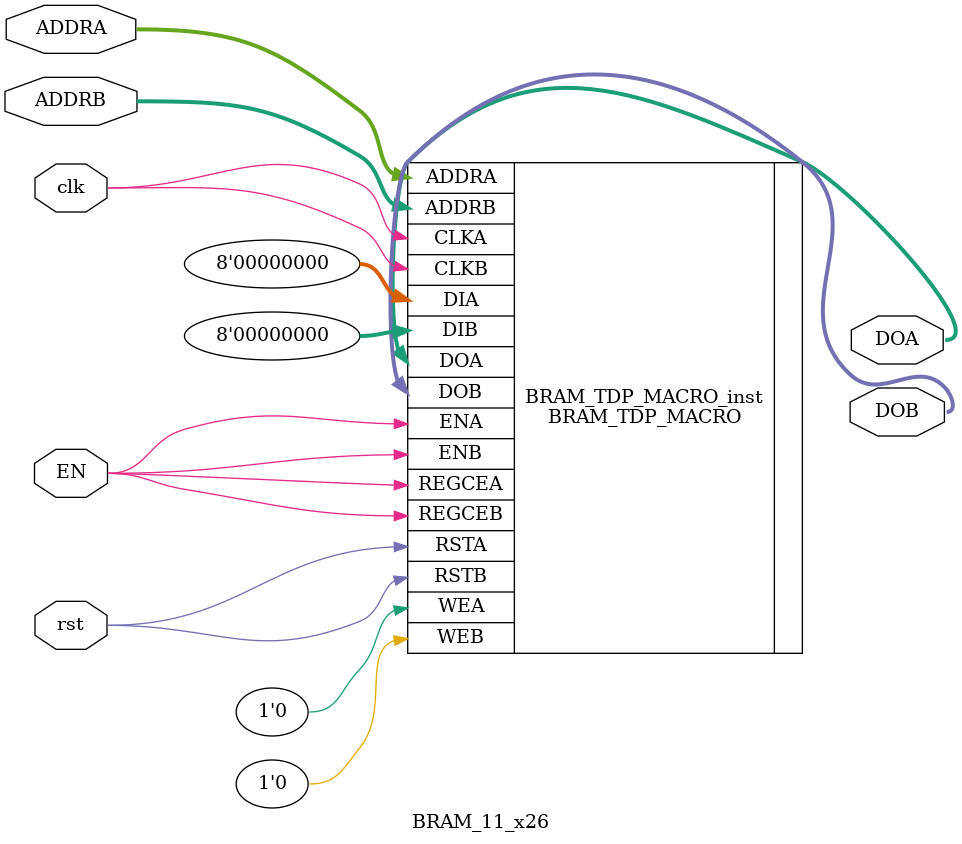
<source format=v>

module BRAM_11_x26(
    input [9:0] ADDRA,
    input [9:0] ADDRB,
    input clk,
    input rst, input EN,
    output [7:0] DOA,
    output [7:0] DOB
    );



// Spartan-6
// Xilinx HDL Libraries Guide, version 14.7
//////////////////////////////////////////////////////////////////////////
// DATA_WIDTH_A/B | BRAM_SIZE | RAM Depth | ADDRA/B Width | WEA/B Width //
// ===============|===========|===========|===============|=============//
// 19-36 | "18Kb" | 512 | 9-bit | 4-bit //
// 10-18 | "18Kb" | 1024 | 10-bit | 2-bit //
// 10-18 | "9Kb" | 512 | 9-bit | 2-bit //
// 5-9 | "18Kb" | 2048 | 11-bit | 1-bit //
// 5-9 | "9Kb" | 1024 | 10-bit | 1-bit //
// 3-4 | "18Kb" | 4096 | 12-bit | 1-bit //
// 3-4 | "9Kb" | 2048 | 11-bit | 1-bit //
// 2 | "18Kb" | 8192 | 13-bit | 1-bit //
// 2 | "9Kb" | 4096 | 12-bit | 1-bit //
// 1 | "18Kb" | 16384 | 14-bit | 1-bit //
// 1 | "9Kb" | 8192 | 12-bit | 1-bit //
//////////////////////////////////////////////////////////////////////////
BRAM_TDP_MACRO #(
	.BRAM_SIZE("9Kb"), // Target BRAM: "9Kb" or "18Kb"
	.DEVICE("SPARTAN6"), // Target device: "VIRTEX5", "VIRTEX6", "SPARTAN6"
	.DOA_REG(1), // Optional port A output register (0 or 1)
	.DOB_REG(1), // Optional port B output register (0 or 1)
	.INIT_A(36'h0123), // Initial values on port A output port
	.INIT_B(36'h3210), // Initial values on port B output port
	.INIT_FILE ("NONE"),
		.READ_WIDTH_A (8), // Valid values are 1-36
	.READ_WIDTH_B (8), // Valid values are 1-36
	.SIM_COLLISION_CHECK ("NONE"), // Collision check enable "ALL", "WARNING_ONLY",
	// "GENERATE_X_ONLY" or "NONE"
	.SRVAL_A(36'h00000000), // Set/Reset value for port A output
	.SRVAL_B(36'h00000000), // Set/Reset value for port B output
	.WRITE_MODE_A("WRITE_FIRST"), // "WRITE_FIRST", "READ_FIRST", or "NO_CHANGE"
	.WRITE_MODE_B("WRITE_FIRST"), // "WRITE_FIRST", "READ_FIRST", or "NO_CHANGE"
	.WRITE_WIDTH_A(8), // Valid values are 1-36
	.WRITE_WIDTH_B(8), // Valid values are 1-36
	
.INIT_00(256'h2C05290029002900000000000000000005050000000000000000000000000000),
.INIT_01(256'hBD70A16C3A13230AFD19E400191900008763826600000000E400E40000000000),
.INIT_02(256'h8F57D800F852AA00A0D27200D2D200007485F100038083007200720000000000),
.INIT_03(256'h1E22506CEB41A00A5DCB9600CBCB0000F6E37366038083009600960000000000),
.INIT_04(256'h78AFD700D700D70054AAFE00FE00FE00AFAF000000000000AAAA000000000000),
.INIT_05(256'h156A136C38A3910A550356001BA9B200D179CE66FCB04C00B21AA800FCB04C00),
.INIT_06(256'h2305DEF8BFEBEDB90C8074F8956B47B99F6EB0410380830099EB334100000000),
.INIT_07(256'h4EC01A945048ABB30D29DCF870C20BB9E1B87E27FF30CF00815B9B41FCB04C00),
.INIT_08(256'hF3DAF6DFF6DFF6DFDFDFDFDFDFDFDFDFDADADFDFDFDFDFDFDFDFDFDFDFDFDFDF),
.INIT_09(256'h62AF7EB3E5CCFCD522C63BDFC6C6DFDF58BC5DB9DFDFDFDF3BDF3BDFDFDFDFDF),
.INIT_0A(256'h508807DF278D75DF7F0DADDF0D0DDFDFAB5A2EDFDC5F5CDFADDFADDFDFDFDFDF),
.INIT_0B(256'hC1FD8FB3349E7FD5821449DF1414DFDF293CACB9DC5F5CDF49DF49DFDFDFDFDF),
.INIT_0C(256'hA77008DF08DF08DF8B7521DF21DF21DF7070DFDFDFDFDFDF7575DFDFDFDFDFDF),
.INIT_0D(256'hCAB5CCB3E77C4ED58ADC89DFC4766DDF0EA611B9236F93DF6DC577DF236F93DF),
.INIT_0E(256'hFCDA012760343266D35FAB274AB4986640B16F9EDC5F5CDF4634EC9EDFDFDFDF),
.INIT_0F(256'h911FC54B8F97746CD2F60327AF1DD4663E67A1F820EF10DF5E84449E236F93DF),
.INIT_10(256'h6D04690069006900000000000000000004040000000000000000000000000000),
.INIT_11(256'hCAB12B50D3BA365FF7E51200E5E50000190B1D0F000000001200120000000000),
.INIT_12(256'h7C354900A231930062B8DA00B8B80000AD8D20007389FA00DA00DA0000000000),
.INIT_13(256'hDB800B50188BCC5F955DC8005D5D0000B0823D0F7389FA00C800C80000000000),
.INIT_14(256'h17584F004F004F007A5C26002600260058580000000000005C5C000000000000),
.INIT_15(256'hE9D76E50AC80735FD48357009ADF45001C6D7E0F593A630017667100593A6300),
.INIT_16(256'hED8284EB2A9F1BAEF30F17EB301688AEB49465457389FA00C3199F4500000000),
.INIT_17(256'h130DA5BBC91F27F15DD066EB8CC9EBAEF0A11B4A2AB399008823EE45593A6300),
.INIT_18(256'hB2DBB6DFB6DFB6DFDFDFDFDFDFDFDFDFDBDBDFDFDFDFDFDFDFDFDFDFDFDFDFDF),
.INIT_19(256'h156EF48F0C65E980283ACDDF3A3ADFDFC6D4C2D0DFDFDFDFCDDFCDDFDFDFDFDF),
.INIT_1A(256'hA3EA96DF7DEE4CDFBD6705DF6767DFDF7252FFDFAC5625DF05DF05DFDFDFDFDF),
.INIT_1B(256'h045FD48FC75413804A8217DF8282DFDF6F5DE2D0AC5625DF17DF17DFDFDFDFDF),
.INIT_1C(256'hC88790DF90DF90DFA583F9DFF9DFF9DF8787DFDFDFDFDFDF8383DFDFDFDFDFDF),
.INIT_1D(256'h3608B18F735FAC800B5C88DF45009ADFC3B2A1D086E5BCDFC8B9AEDF86E5BCDF),
.INIT_1E(256'h325D5B34F540C4712CD0C834EFC957716B4BBA9AAC5625DF1CC6409ADFDFDFDF),
.INIT_1F(256'hCCD27A6416C0F82E820FB934531634712F7EC495F56C46DF57FC319A86E5BCDF),



	
	//===============================================================================
	
	.INIT_20(256'h0000000000000000000000000000000000000000000000000000000000000000),
	.INIT_21(256'h0000000000000000000000000000000000000000000000000000000000000000),
	.INIT_22(256'h0000000000000000000000000000000000000000000000000000000000000000),
	.INIT_23(256'h0000000000000000000000000000000000000000000000000000000000000000),
	.INIT_24(256'h0000000000000000000000000000000000000000000000000000000000000000),
	.INIT_25(256'h0000000000000000000000000000000000000000000000000000000000000000),
	.INIT_26(256'h0000000000000000000000000000000000000000000000000000000000000000),
	.INIT_27(256'h0000000000000000000000000000000000000000000000000000000000000000),
	.INIT_28(256'h0000000000000000000000000000000000000000000000000000000000000000),
	.INIT_29(256'h0000000000000000000000000000000000000000000000000000000000000000),
	.INIT_2A(256'h0000000000000000000000000000000000000000000000000000000000000000),
	.INIT_2B(256'h0000000000000000000000000000000000000000000000000000000000000000),
	.INIT_2C(256'h0000000000000000000000000000000000000000000000000000000000000000),
	.INIT_2D(256'h0000000000000000000000000000000000000000000000000000000000000000),
	.INIT_2E(256'h0000000000000000000000000000000000000000000000000000000000000000),
	.INIT_2F(256'h0000000000000000000000000000000000000000000000000000000000000000),
	.INIT_30(256'h0000000000000000000000000000000000000000000000000000000000000000),
	.INIT_31(256'h0000000000000000000000000000000000000000000000000000000000000000),
	.INIT_32(256'h0000000000000000000000000000000000000000000000000000000000000000),
	.INIT_33(256'h0000000000000000000000000000000000000000000000000000000000000000),
	.INIT_34(256'h0000000000000000000000000000000000000000000000000000000000000000),
	.INIT_35(256'h0000000000000000000000000000000000000000000000000000000000000000),
	.INIT_36(256'h0000000000000000000000000000000000000000000000000000000000000000),
	.INIT_37(256'h0000000000000000000000000000000000000000000000000000000000000000),
	.INIT_38(256'h0000000000000000000000000000000000000000000000000000000000000000),
	.INIT_39(256'h0000000000000000000000000000000000000000000000000000000000000000),
	.INIT_3A(256'h0000000000000000000000000000000000000000000000000000000000000000),
	.INIT_3B(256'h0000000000000000000000000000000000000000000000000000000000000000),
	.INIT_3C(256'h0000000000000000000000000000000000000000000000000000000000000000),
	.INIT_3D(256'h0000000000000000000000000000000000000000000000000000000000000000),
	.INIT_3E(256'h0000000000000000000000000000000000000000000000000000000000000000),
	.INIT_3F(256'h0000000000000000000000000000000000000000000000000000000000000000),


	// The next set of INITP_xx are for the parity bits
	.INITP_00(256'h0000000000000000000000000000000000000000000000000000000000000000),
	.INITP_01(256'h0000000000000000000000000000000000000000000000000000000000000000),
	.INITP_02(256'h0000000000000000000000000000000000000000000000000000000000000000),
	.INITP_03(256'h0000000000000000000000000000000000000000000000000000000000000000),
	// The next set of INITP_xx are for "18Kb" configuration only
	.INITP_04(256'h0000000000000000000000000000000000000000000000000000000000000000),
	.INITP_05(256'h0000000000000000000000000000000000000000000000000000000000000000),
	.INITP_06(256'h0000000000000000000000000000000000000000000000000000000000000000),
	.INITP_07(256'h0000000000000000000000000000000000000000000000000000000000000000)
) BRAM_TDP_MACRO_inst (
	.DOA(DOA), // Output port-A data, width defined by READ_WIDTH_A parameter
	.DOB(DOB), // Output port-B data, width defined by READ_WIDTH_B parameter
	.ADDRA(ADDRA), // Input port-A address, width defined by Port A depth
	.ADDRB(ADDRB), // Input port-B address, width defined by Port B depth
	.CLKA(clk), // 1-bit input port-A clock
	.CLKB(clk), // 1-bit input port-B clock
		.DIA(8'h0), // Input port-A data, width defined by WRITE_WIDTH_A parameter
	.DIB(8'h0), // Input port-B data, width defined by WRITE_WIDTH_B parameter
	.ENA(EN), // 1-bit input port-A enable
	.ENB(EN), // 1-bit input port-B enable
	.REGCEA(EN), // 1-bit input port-A output register enable
	.REGCEB(EN), // 1-bit input port-B output register enable
	.RSTA(rst), // 1-bit input port-A reset
	.RSTB(rst), // 1-bit input port-B reset
	.WEA(1'b0), // Input port-A write enable, width defined by Port A depth
	.WEB(1'b0) // Input port-B write enable, width defined by Port B depth
);
// End of BRAM_TDP_MACRO_inst instantiation
endmodule

</source>
